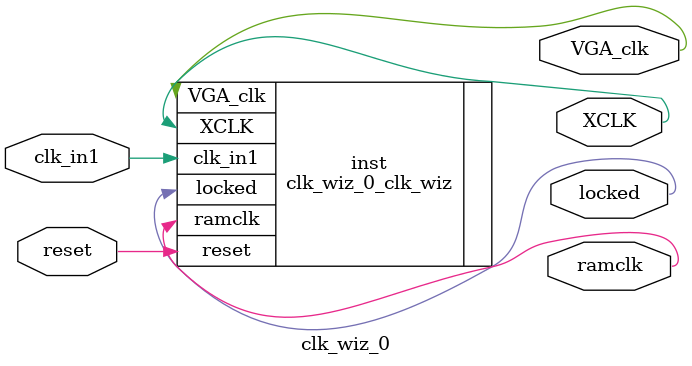
<source format=v>


`timescale 1ps/1ps

(* CORE_GENERATION_INFO = "clk_wiz_0,clk_wiz_v5_3_3_0,{component_name=clk_wiz_0,use_phase_alignment=true,use_min_o_jitter=false,use_max_i_jitter=false,use_dyn_phase_shift=false,use_inclk_switchover=false,use_dyn_reconfig=false,enable_axi=0,feedback_source=FDBK_AUTO,PRIMITIVE=MMCM,num_out_clk=3,clkin1_period=10.0,clkin2_period=10.0,use_power_down=false,use_reset=true,use_locked=true,use_inclk_stopped=false,feedback_type=SINGLE,CLOCK_MGR_TYPE=NA,manual_override=false}" *)

module clk_wiz_0 
 (
  // Clock out ports
  output        XCLK,
  output        VGA_clk,
  output        ramclk,
  // Status and control signals
  input         reset,
  output        locked,
 // Clock in ports
  input         clk_in1
 );

  clk_wiz_0_clk_wiz inst
  (
  // Clock out ports  
  .XCLK(XCLK),
  .VGA_clk(VGA_clk),
  .ramclk(ramclk),
  // Status and control signals               
  .reset(reset), 
  .locked(locked),
 // Clock in ports
  .clk_in1(clk_in1)
  );

endmodule

</source>
